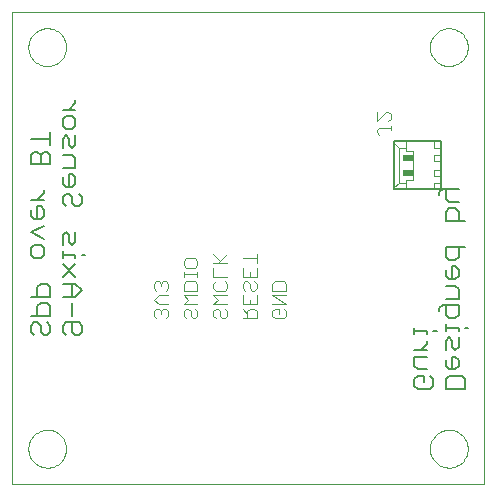
<source format=gbo>
G75*
%MOIN*%
%OFA0B0*%
%FSLAX24Y24*%
%IPPOS*%
%LPD*%
%AMOC8*
5,1,8,0,0,1.08239X$1,22.5*
%
%ADD10C,0.0000*%
%ADD11C,0.0040*%
%ADD12C,0.0060*%
%ADD13C,0.0080*%
%ADD14C,0.0020*%
%ADD15R,0.0344X0.0197*%
D10*
X001361Y001361D02*
X001361Y017109D01*
X017109Y017109D01*
X017109Y001361D01*
X001361Y001361D01*
X001912Y002542D02*
X001914Y002592D01*
X001920Y002642D01*
X001930Y002691D01*
X001944Y002739D01*
X001961Y002786D01*
X001982Y002831D01*
X002007Y002875D01*
X002035Y002916D01*
X002067Y002955D01*
X002101Y002992D01*
X002138Y003026D01*
X002178Y003056D01*
X002220Y003083D01*
X002264Y003107D01*
X002310Y003128D01*
X002357Y003144D01*
X002405Y003157D01*
X002455Y003166D01*
X002504Y003171D01*
X002555Y003172D01*
X002605Y003169D01*
X002654Y003162D01*
X002703Y003151D01*
X002751Y003136D01*
X002797Y003118D01*
X002842Y003096D01*
X002885Y003070D01*
X002926Y003041D01*
X002965Y003009D01*
X003001Y002974D01*
X003033Y002936D01*
X003063Y002896D01*
X003090Y002853D01*
X003113Y002809D01*
X003132Y002763D01*
X003148Y002715D01*
X003160Y002666D01*
X003168Y002617D01*
X003172Y002567D01*
X003172Y002517D01*
X003168Y002467D01*
X003160Y002418D01*
X003148Y002369D01*
X003132Y002321D01*
X003113Y002275D01*
X003090Y002231D01*
X003063Y002188D01*
X003033Y002148D01*
X003001Y002110D01*
X002965Y002075D01*
X002926Y002043D01*
X002885Y002014D01*
X002842Y001988D01*
X002797Y001966D01*
X002751Y001948D01*
X002703Y001933D01*
X002654Y001922D01*
X002605Y001915D01*
X002555Y001912D01*
X002504Y001913D01*
X002455Y001918D01*
X002405Y001927D01*
X002357Y001940D01*
X002310Y001956D01*
X002264Y001977D01*
X002220Y002001D01*
X002178Y002028D01*
X002138Y002058D01*
X002101Y002092D01*
X002067Y002129D01*
X002035Y002168D01*
X002007Y002209D01*
X001982Y002253D01*
X001961Y002298D01*
X001944Y002345D01*
X001930Y002393D01*
X001920Y002442D01*
X001914Y002492D01*
X001912Y002542D01*
X001912Y015928D02*
X001914Y015978D01*
X001920Y016028D01*
X001930Y016077D01*
X001944Y016125D01*
X001961Y016172D01*
X001982Y016217D01*
X002007Y016261D01*
X002035Y016302D01*
X002067Y016341D01*
X002101Y016378D01*
X002138Y016412D01*
X002178Y016442D01*
X002220Y016469D01*
X002264Y016493D01*
X002310Y016514D01*
X002357Y016530D01*
X002405Y016543D01*
X002455Y016552D01*
X002504Y016557D01*
X002555Y016558D01*
X002605Y016555D01*
X002654Y016548D01*
X002703Y016537D01*
X002751Y016522D01*
X002797Y016504D01*
X002842Y016482D01*
X002885Y016456D01*
X002926Y016427D01*
X002965Y016395D01*
X003001Y016360D01*
X003033Y016322D01*
X003063Y016282D01*
X003090Y016239D01*
X003113Y016195D01*
X003132Y016149D01*
X003148Y016101D01*
X003160Y016052D01*
X003168Y016003D01*
X003172Y015953D01*
X003172Y015903D01*
X003168Y015853D01*
X003160Y015804D01*
X003148Y015755D01*
X003132Y015707D01*
X003113Y015661D01*
X003090Y015617D01*
X003063Y015574D01*
X003033Y015534D01*
X003001Y015496D01*
X002965Y015461D01*
X002926Y015429D01*
X002885Y015400D01*
X002842Y015374D01*
X002797Y015352D01*
X002751Y015334D01*
X002703Y015319D01*
X002654Y015308D01*
X002605Y015301D01*
X002555Y015298D01*
X002504Y015299D01*
X002455Y015304D01*
X002405Y015313D01*
X002357Y015326D01*
X002310Y015342D01*
X002264Y015363D01*
X002220Y015387D01*
X002178Y015414D01*
X002138Y015444D01*
X002101Y015478D01*
X002067Y015515D01*
X002035Y015554D01*
X002007Y015595D01*
X001982Y015639D01*
X001961Y015684D01*
X001944Y015731D01*
X001930Y015779D01*
X001920Y015828D01*
X001914Y015878D01*
X001912Y015928D01*
X015298Y015928D02*
X015300Y015978D01*
X015306Y016028D01*
X015316Y016077D01*
X015330Y016125D01*
X015347Y016172D01*
X015368Y016217D01*
X015393Y016261D01*
X015421Y016302D01*
X015453Y016341D01*
X015487Y016378D01*
X015524Y016412D01*
X015564Y016442D01*
X015606Y016469D01*
X015650Y016493D01*
X015696Y016514D01*
X015743Y016530D01*
X015791Y016543D01*
X015841Y016552D01*
X015890Y016557D01*
X015941Y016558D01*
X015991Y016555D01*
X016040Y016548D01*
X016089Y016537D01*
X016137Y016522D01*
X016183Y016504D01*
X016228Y016482D01*
X016271Y016456D01*
X016312Y016427D01*
X016351Y016395D01*
X016387Y016360D01*
X016419Y016322D01*
X016449Y016282D01*
X016476Y016239D01*
X016499Y016195D01*
X016518Y016149D01*
X016534Y016101D01*
X016546Y016052D01*
X016554Y016003D01*
X016558Y015953D01*
X016558Y015903D01*
X016554Y015853D01*
X016546Y015804D01*
X016534Y015755D01*
X016518Y015707D01*
X016499Y015661D01*
X016476Y015617D01*
X016449Y015574D01*
X016419Y015534D01*
X016387Y015496D01*
X016351Y015461D01*
X016312Y015429D01*
X016271Y015400D01*
X016228Y015374D01*
X016183Y015352D01*
X016137Y015334D01*
X016089Y015319D01*
X016040Y015308D01*
X015991Y015301D01*
X015941Y015298D01*
X015890Y015299D01*
X015841Y015304D01*
X015791Y015313D01*
X015743Y015326D01*
X015696Y015342D01*
X015650Y015363D01*
X015606Y015387D01*
X015564Y015414D01*
X015524Y015444D01*
X015487Y015478D01*
X015453Y015515D01*
X015421Y015554D01*
X015393Y015595D01*
X015368Y015639D01*
X015347Y015684D01*
X015330Y015731D01*
X015316Y015779D01*
X015306Y015828D01*
X015300Y015878D01*
X015298Y015928D01*
X015298Y002542D02*
X015300Y002592D01*
X015306Y002642D01*
X015316Y002691D01*
X015330Y002739D01*
X015347Y002786D01*
X015368Y002831D01*
X015393Y002875D01*
X015421Y002916D01*
X015453Y002955D01*
X015487Y002992D01*
X015524Y003026D01*
X015564Y003056D01*
X015606Y003083D01*
X015650Y003107D01*
X015696Y003128D01*
X015743Y003144D01*
X015791Y003157D01*
X015841Y003166D01*
X015890Y003171D01*
X015941Y003172D01*
X015991Y003169D01*
X016040Y003162D01*
X016089Y003151D01*
X016137Y003136D01*
X016183Y003118D01*
X016228Y003096D01*
X016271Y003070D01*
X016312Y003041D01*
X016351Y003009D01*
X016387Y002974D01*
X016419Y002936D01*
X016449Y002896D01*
X016476Y002853D01*
X016499Y002809D01*
X016518Y002763D01*
X016534Y002715D01*
X016546Y002666D01*
X016554Y002617D01*
X016558Y002567D01*
X016558Y002517D01*
X016554Y002467D01*
X016546Y002418D01*
X016534Y002369D01*
X016518Y002321D01*
X016499Y002275D01*
X016476Y002231D01*
X016449Y002188D01*
X016419Y002148D01*
X016387Y002110D01*
X016351Y002075D01*
X016312Y002043D01*
X016271Y002014D01*
X016228Y001988D01*
X016183Y001966D01*
X016137Y001948D01*
X016089Y001933D01*
X016040Y001922D01*
X015991Y001915D01*
X015941Y001912D01*
X015890Y001913D01*
X015841Y001918D01*
X015791Y001927D01*
X015743Y001940D01*
X015696Y001956D01*
X015650Y001977D01*
X015606Y002001D01*
X015564Y002028D01*
X015524Y002058D01*
X015487Y002092D01*
X015453Y002129D01*
X015421Y002168D01*
X015393Y002209D01*
X015368Y002253D01*
X015347Y002298D01*
X015330Y002345D01*
X015316Y002393D01*
X015306Y002442D01*
X015300Y002492D01*
X015298Y002542D01*
D11*
X010503Y006970D02*
X010426Y006893D01*
X010119Y006893D01*
X010043Y006970D01*
X010043Y007123D01*
X010119Y007200D01*
X010273Y007200D01*
X010273Y007046D01*
X010426Y007200D02*
X010503Y007123D01*
X010503Y006970D01*
X010503Y007353D02*
X010043Y007353D01*
X010043Y007660D02*
X010503Y007660D01*
X010503Y007814D02*
X010503Y008044D01*
X010426Y008121D01*
X010119Y008121D01*
X010043Y008044D01*
X010043Y007814D01*
X010503Y007814D01*
X010503Y007353D02*
X010043Y007660D01*
X009519Y007660D02*
X009519Y007353D01*
X009058Y007353D01*
X009058Y007660D01*
X009135Y007814D02*
X009058Y007890D01*
X009058Y008044D01*
X009135Y008121D01*
X009212Y008121D01*
X009288Y008044D01*
X009288Y007890D01*
X009365Y007814D01*
X009442Y007814D01*
X009519Y007890D01*
X009519Y008044D01*
X009442Y008121D01*
X009519Y008274D02*
X009058Y008274D01*
X009058Y008581D01*
X009288Y008428D02*
X009288Y008274D01*
X009519Y008274D02*
X009519Y008581D01*
X009519Y008734D02*
X009519Y009041D01*
X009519Y008888D02*
X009058Y008888D01*
X008534Y009041D02*
X008227Y008734D01*
X008304Y008811D02*
X008074Y009041D01*
X008074Y008734D02*
X008534Y008734D01*
X008534Y008274D02*
X008074Y008274D01*
X008074Y008581D01*
X008151Y008121D02*
X008074Y008044D01*
X008074Y007890D01*
X008151Y007814D01*
X008458Y007814D01*
X008534Y007890D01*
X008534Y008044D01*
X008458Y008121D01*
X008534Y007660D02*
X008074Y007660D01*
X008227Y007507D01*
X008074Y007353D01*
X008534Y007353D01*
X008458Y007200D02*
X008534Y007123D01*
X008534Y006970D01*
X008458Y006893D01*
X008381Y006893D01*
X008304Y006970D01*
X008304Y007123D01*
X008227Y007200D01*
X008151Y007200D01*
X008074Y007123D01*
X008074Y006970D01*
X008151Y006893D01*
X007550Y006970D02*
X007473Y006893D01*
X007397Y006893D01*
X007320Y006970D01*
X007320Y007123D01*
X007243Y007200D01*
X007166Y007200D01*
X007090Y007123D01*
X007090Y006970D01*
X007166Y006893D01*
X007550Y006970D02*
X007550Y007123D01*
X007473Y007200D01*
X007550Y007353D02*
X007090Y007353D01*
X007243Y007507D01*
X007090Y007660D01*
X007550Y007660D01*
X007550Y007814D02*
X007550Y008044D01*
X007473Y008121D01*
X007166Y008121D01*
X007090Y008044D01*
X007090Y007814D01*
X007550Y007814D01*
X007550Y008274D02*
X007550Y008428D01*
X007550Y008351D02*
X007090Y008351D01*
X007090Y008274D02*
X007090Y008428D01*
X007166Y008581D02*
X007090Y008658D01*
X007090Y008811D01*
X007166Y008888D01*
X007473Y008888D01*
X007550Y008811D01*
X007550Y008658D01*
X007473Y008581D01*
X007166Y008581D01*
X006566Y008044D02*
X006489Y008121D01*
X006412Y008121D01*
X006336Y008044D01*
X006259Y008121D01*
X006182Y008121D01*
X006106Y008044D01*
X006106Y007890D01*
X006182Y007814D01*
X006259Y007660D02*
X006566Y007660D01*
X006489Y007814D02*
X006566Y007890D01*
X006566Y008044D01*
X006336Y008044D02*
X006336Y007967D01*
X006259Y007660D02*
X006106Y007507D01*
X006259Y007353D01*
X006566Y007353D01*
X006489Y007200D02*
X006412Y007200D01*
X006336Y007123D01*
X006259Y007200D01*
X006182Y007200D01*
X006106Y007123D01*
X006106Y006970D01*
X006182Y006893D01*
X006336Y007046D02*
X006336Y007123D01*
X006489Y007200D02*
X006566Y007123D01*
X006566Y006970D01*
X006489Y006893D01*
X009058Y006893D02*
X009519Y006893D01*
X009519Y007123D01*
X009442Y007200D01*
X009288Y007200D01*
X009212Y007123D01*
X009212Y006893D01*
X009212Y007046D02*
X009058Y007200D01*
X009288Y007353D02*
X009288Y007507D01*
X013605Y013010D02*
X013529Y013086D01*
X013529Y013163D01*
X013605Y013240D01*
X013989Y013240D01*
X013989Y013316D02*
X013989Y013163D01*
X013912Y013470D02*
X013989Y013547D01*
X013989Y013700D01*
X013912Y013777D01*
X013836Y013777D01*
X013529Y013470D01*
X013529Y013777D01*
D12*
X015720Y011198D02*
X015613Y011092D01*
X015613Y010985D01*
X015720Y011198D02*
X016254Y011198D01*
X016254Y010771D02*
X015934Y010771D01*
X015827Y010878D01*
X015827Y011198D01*
X015934Y010554D02*
X015827Y010447D01*
X015827Y010127D01*
X016467Y010127D01*
X016254Y010127D02*
X016254Y010447D01*
X016147Y010554D01*
X015934Y010554D01*
X015827Y009265D02*
X015827Y008944D01*
X015934Y008838D01*
X016147Y008838D01*
X016254Y008944D01*
X016254Y009265D01*
X016467Y009265D02*
X015827Y009265D01*
X016040Y008620D02*
X016040Y008193D01*
X015934Y008193D02*
X016147Y008193D01*
X016254Y008300D01*
X016254Y008513D01*
X016147Y008620D01*
X016040Y008620D01*
X015827Y008513D02*
X015827Y008300D01*
X015934Y008193D01*
X015827Y007976D02*
X016147Y007976D01*
X016254Y007869D01*
X016254Y007549D01*
X015827Y007549D01*
X015827Y007331D02*
X015827Y007011D01*
X015934Y006904D01*
X016147Y006904D01*
X016254Y007011D01*
X016254Y007331D01*
X015720Y007331D01*
X015613Y007224D01*
X015613Y007118D01*
X015827Y006688D02*
X015827Y006474D01*
X015827Y006581D02*
X016254Y006581D01*
X016254Y006474D01*
X016254Y006257D02*
X016254Y005937D01*
X016147Y005830D01*
X016040Y005937D01*
X016040Y006150D01*
X015934Y006257D01*
X015827Y006150D01*
X015827Y005830D01*
X016040Y005612D02*
X016040Y005185D01*
X015934Y005185D02*
X016147Y005185D01*
X016254Y005292D01*
X016254Y005506D01*
X016147Y005612D01*
X016040Y005612D01*
X015827Y005506D02*
X015827Y005292D01*
X015934Y005185D01*
X015934Y004968D02*
X016361Y004968D01*
X016467Y004861D01*
X016467Y004541D01*
X015827Y004541D01*
X015827Y004861D01*
X015934Y004968D01*
X015417Y004861D02*
X015417Y004647D01*
X015311Y004541D01*
X014884Y004541D01*
X014777Y004647D01*
X014777Y004861D01*
X014884Y004968D01*
X015097Y004968D01*
X015097Y004754D01*
X015311Y004968D02*
X015417Y004861D01*
X015204Y005185D02*
X014884Y005185D01*
X014777Y005292D01*
X014777Y005612D01*
X015204Y005612D01*
X015204Y005830D02*
X014777Y005830D01*
X014990Y005830D02*
X015204Y006043D01*
X015204Y006150D01*
X015204Y006367D02*
X015204Y006474D01*
X014777Y006474D01*
X014777Y006580D02*
X014777Y006367D01*
X015417Y006474D02*
X015524Y006474D01*
X016467Y006581D02*
X016574Y006581D01*
X003801Y009011D02*
X003694Y009011D01*
X003480Y009011D02*
X003053Y009011D01*
X003053Y008905D02*
X003053Y009118D01*
X003053Y009334D02*
X003053Y009655D01*
X003160Y009761D01*
X003267Y009655D01*
X003267Y009441D01*
X003374Y009334D01*
X003480Y009441D01*
X003480Y009761D01*
X003480Y009011D02*
X003480Y008905D01*
X003480Y008687D02*
X003053Y008260D01*
X003053Y008042D02*
X003480Y008042D01*
X003694Y007829D01*
X003480Y007615D01*
X003053Y007615D01*
X003374Y007615D02*
X003374Y008042D01*
X003480Y008260D02*
X003053Y008687D01*
X002430Y009011D02*
X002430Y009225D01*
X002324Y009332D01*
X002110Y009332D01*
X002003Y009225D01*
X002003Y009011D01*
X002110Y008905D01*
X002324Y008905D01*
X002430Y009011D01*
X002430Y009549D02*
X002003Y009763D01*
X002430Y009976D01*
X002324Y010194D02*
X002430Y010300D01*
X002430Y010514D01*
X002324Y010621D01*
X002217Y010621D01*
X002217Y010194D01*
X002110Y010194D02*
X002324Y010194D01*
X002110Y010194D02*
X002003Y010300D01*
X002003Y010514D01*
X002003Y010838D02*
X002430Y010838D01*
X002217Y010838D02*
X002430Y011052D01*
X002430Y011158D01*
X003053Y010944D02*
X003053Y010730D01*
X003160Y010623D01*
X003374Y010730D02*
X003374Y010944D01*
X003267Y011050D01*
X003160Y011050D01*
X003053Y010944D01*
X003160Y011268D02*
X003374Y011268D01*
X003480Y011375D01*
X003480Y011588D01*
X003374Y011695D01*
X003267Y011695D01*
X003267Y011268D01*
X003160Y011268D02*
X003053Y011375D01*
X003053Y011588D01*
X003053Y011912D02*
X003480Y011912D01*
X003480Y012233D01*
X003374Y012339D01*
X003053Y012339D01*
X003053Y012557D02*
X003053Y012877D01*
X003160Y012984D01*
X003267Y012877D01*
X003267Y012664D01*
X003374Y012557D01*
X003480Y012664D01*
X003480Y012984D01*
X003374Y013202D02*
X003160Y013202D01*
X003053Y013308D01*
X003053Y013522D01*
X003160Y013629D01*
X003374Y013629D01*
X003480Y013522D01*
X003480Y013308D01*
X003374Y013202D01*
X003480Y013846D02*
X003053Y013846D01*
X003267Y013846D02*
X003480Y014060D01*
X003480Y014166D01*
X002644Y013091D02*
X002644Y012664D01*
X002537Y012447D02*
X002430Y012447D01*
X002324Y012340D01*
X002324Y012020D01*
X002644Y012020D02*
X002644Y012340D01*
X002537Y012447D01*
X002324Y012340D02*
X002217Y012447D01*
X002110Y012447D01*
X002003Y012340D01*
X002003Y012020D01*
X002644Y012020D01*
X002644Y012878D02*
X002003Y012878D01*
X003587Y011050D02*
X003694Y010944D01*
X003694Y010730D01*
X003587Y010623D01*
X003480Y010623D01*
X003374Y010730D01*
X002537Y008042D02*
X002324Y008042D01*
X002217Y007936D01*
X002217Y007615D01*
X002324Y007398D02*
X002217Y007291D01*
X002217Y006971D01*
X002217Y006753D02*
X002110Y006753D01*
X002003Y006647D01*
X002003Y006433D01*
X002110Y006326D01*
X002324Y006433D02*
X002324Y006647D01*
X002217Y006753D01*
X002537Y006753D02*
X002644Y006647D01*
X002644Y006433D01*
X002537Y006326D01*
X002430Y006326D01*
X002324Y006433D01*
X002644Y006971D02*
X002003Y006971D01*
X002324Y007398D02*
X002537Y007398D01*
X002644Y007291D01*
X002644Y006971D01*
X003053Y006647D02*
X003160Y006753D01*
X003587Y006753D01*
X003694Y006647D01*
X003694Y006433D01*
X003587Y006326D01*
X003480Y006326D01*
X003374Y006433D01*
X003374Y006753D01*
X003374Y006971D02*
X003374Y007398D01*
X002644Y007615D02*
X002644Y007936D01*
X002537Y008042D01*
X002644Y007615D02*
X002003Y007615D01*
X003053Y006647D02*
X003053Y006433D01*
X003160Y006326D01*
D13*
X014107Y011194D02*
X014107Y011253D01*
X014107Y012729D01*
X014107Y012788D01*
X015682Y012788D01*
X015682Y012582D01*
X015682Y011400D01*
X015682Y011194D01*
X014107Y011194D01*
D14*
X014107Y011253D02*
X014255Y011400D01*
X014501Y011400D01*
X014501Y011204D01*
X014501Y011400D02*
X014501Y011499D01*
X014747Y011499D01*
X014747Y012483D01*
X014501Y012483D01*
X014501Y012582D01*
X014255Y012582D01*
X014107Y012729D01*
X014255Y012582D02*
X014255Y011400D01*
X015436Y011400D02*
X015436Y011204D01*
X015436Y011400D02*
X015682Y011400D01*
X015633Y011647D02*
X015436Y011647D01*
X015436Y011843D01*
X015633Y011843D01*
X015633Y012139D02*
X015436Y012139D01*
X015436Y012336D01*
X015633Y012336D01*
X015682Y012582D02*
X015436Y012582D01*
X015436Y012778D01*
X014501Y012778D02*
X014501Y012582D01*
D15*
X014575Y012237D03*
X014575Y011745D03*
M02*

</source>
